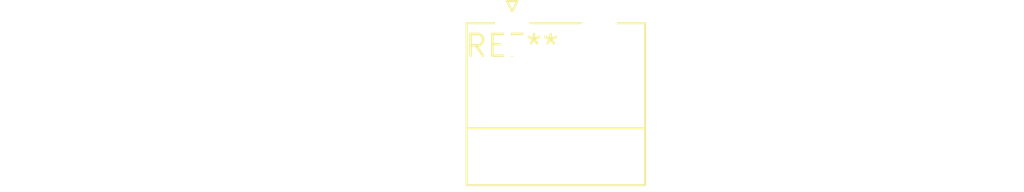
<source format=kicad_pcb>
(kicad_pcb (version 20240108) (generator pcbnew)
  (layers (0 "F.Cu" signal) (31 "B.Cu" signal) (34 "B.Paste" user) (35 "F.Paste" user) (36 "B.SilkS" user "B.Silkscreen") (37 "F.SilkS" user "F.Silkscreen") (38 "B.Mask" user) (39 "F.Mask" user) (44 "Edge.Cuts" user))
  (net 0 "")
  (footprint "PhoenixContact_MC_1,5_2-G-5.08_1x02_P5.08mm_Horizontal" (layer "F.Cu") (at 0 0)
    (property "Reference" "REF**")
    (property "Value" "PhoenixContact_MC_1,5_2-G-5.08_1x02_P5.08mm_Horizontal")
    (fp_line (start -2.65 -1.31) (end -2.65 8.11) (layer "F.SilkS") (stroke (width 0.12)))
    (fp_line (start -2.65 -1.31) (end -1.05 -1.31) (layer "F.SilkS") (stroke (width 0.12)))
    (fp_line (start -2.65 4.8) (end 7.73 4.8) (layer "F.SilkS") (stroke (width 0.12)))
    (fp_line (start -2.65 8.11) (end 7.73 8.11) (layer "F.SilkS") (stroke (width 0.12)))
    (fp_line (start -0.3 -2.6) (end 0.3 -2.6) (layer "F.SilkS") (stroke (width 0.12)))
    (fp_line (start 0 -2) (end -0.3 -2.6) (layer "F.SilkS") (stroke (width 0.12)))
    (fp_line (start 0.3 -2.6) (end 0 -2) (layer "F.SilkS") (stroke (width 0.12)))
    (fp_line (start 1.05 -1.31) (end 4.03 -1.31) (layer "F.SilkS") (stroke (width 0.12)))
    (fp_line (start 7.73 -1.31) (end 6.13 -1.31) (layer "F.SilkS") (stroke (width 0.12)))
    (fp_line (start 7.73 8.11) (end 7.73 -1.31) (layer "F.SilkS") (stroke (width 0.12)))
    (pad "1" thru_hole roundrect (at 0 0) (size 1.8 3.6) (drill 1.2) (layers *.Cu *.Mask) (remove_unused_layers) (roundrect_rratio 0.138889))
    (pad "2" thru_hole oval (at 5.08 0) (size 1.8 3.6) (drill 1.2) (layers *.Cu *.Mask) (remove_unused_layers))
  )
)
</source>
